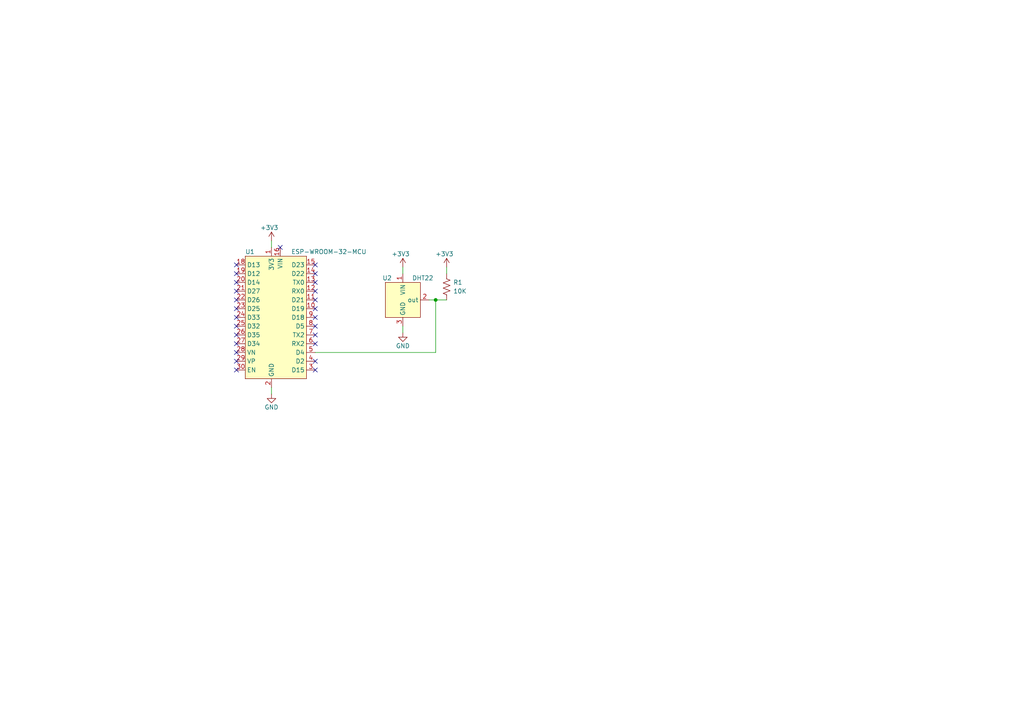
<source format=kicad_sch>
(kicad_sch (version 20211123) (generator eeschema)
  (paper "A4")
  (lib_symbols
    (symbol "Custom:DHT22"
      (property "Reference" "U" (at -5.08 2.54 0))
      (property "Value" "DHT22" (at 5.08 2.54 0))
      (symbol "DHT22_0_1"
        (rectangle (start -5.08 1.27) (end 5.08 -8.89) (fill (type background)))
      )
      (symbol "DHT22_1_1"
        (pin power_in line (at 0 3.81 270) (length 2.54) (name "VIN") (number "1"))
        (pin bidirectional line (at 7.62 -3.81 180) (length 2.54) (name "out") (number "2"))
        (pin power_in line (at 0 -11.43 90) (length 2.54) (name "GND") (number "3"))
      )
    )
    (symbol "Custom:ESP-WROOM-32-MCU"
      (property "Reference" "U" (at -7.62 16.51 0))
      (property "Value" "ESP-WROOM-32-MCU" (at 1.27 -2.54 90))
      (symbol "ESP-WROOM-32-MCU_0_1"
        (rectangle (start -7.62 15.24) (end 10.16 -20.32) (fill (type background)))
      )
      (symbol "ESP-WROOM-32-MCU_1_1"
        (pin power_out line (at 0 17.78 270) (length 2.54) (name "3V3") (number "1"))
        (pin bidirectional line (at 12.7 0 180) (length 2.54) (name "D19") (number "10"))
        (pin bidirectional line (at 12.7 2.54 180) (length 2.54) (name "D21") (number "11"))
        (pin bidirectional line (at 12.7 5.08 180) (length 2.54) (name "RX0") (number "12"))
        (pin bidirectional line (at 12.7 7.62 180) (length 2.54) (name "TX0") (number "13"))
        (pin bidirectional line (at 12.7 10.16 180) (length 2.54) (name "D22") (number "14"))
        (pin bidirectional line (at 12.7 12.7 180) (length 2.54) (name "D23") (number "15"))
        (pin power_out line (at 2.54 17.78 270) (length 2.54) (name "VIN") (number "16"))
        (pin passive line (at 0 -22.86 90) (length 2.54) hide (name "GND") (number "17"))
        (pin bidirectional line (at -10.16 12.7 0) (length 2.54) (name "D13") (number "18"))
        (pin bidirectional line (at -10.16 10.16 0) (length 2.54) (name "D12") (number "19"))
        (pin power_out line (at 0 -22.86 90) (length 2.54) (name "GND") (number "2"))
        (pin bidirectional line (at -10.16 7.62 0) (length 2.54) (name "D14") (number "20"))
        (pin bidirectional line (at -10.16 5.08 0) (length 2.54) (name "D27") (number "21"))
        (pin bidirectional line (at -10.16 2.54 0) (length 2.54) (name "D26") (number "22"))
        (pin bidirectional line (at -10.16 0 0) (length 2.54) (name "D25") (number "23"))
        (pin bidirectional line (at -10.16 -2.54 0) (length 2.54) (name "D33") (number "24"))
        (pin bidirectional line (at -10.16 -5.08 0) (length 2.54) (name "D32") (number "25"))
        (pin bidirectional line (at -10.16 -7.62 0) (length 2.54) (name "D35") (number "26"))
        (pin bidirectional line (at -10.16 -10.16 0) (length 2.54) (name "D34") (number "27"))
        (pin bidirectional line (at -10.16 -12.7 0) (length 2.54) (name "VN") (number "28"))
        (pin bidirectional line (at -10.16 -15.24 0) (length 2.54) (name "VP") (number "29"))
        (pin bidirectional line (at 12.7 -17.78 180) (length 2.54) (name "D15") (number "3"))
        (pin input line (at -10.16 -17.78 0) (length 2.54) (name "EN") (number "30"))
        (pin bidirectional line (at 12.7 -15.24 180) (length 2.54) (name "D2") (number "4"))
        (pin bidirectional line (at 12.7 -12.7 180) (length 2.54) (name "D4") (number "5"))
        (pin bidirectional line (at 12.7 -10.16 180) (length 2.54) (name "RX2") (number "6"))
        (pin bidirectional line (at 12.7 -7.62 180) (length 2.54) (name "TX2") (number "7"))
        (pin bidirectional line (at 12.7 -5.08 180) (length 2.54) (name "D5") (number "8"))
        (pin bidirectional line (at 12.7 -2.54 180) (length 2.54) (name "D18") (number "9"))
      )
    )
    (symbol "Device:R_US" (pin_numbers hide) (pin_names (offset 0))
      (property "Reference" "R" (at 2.54 0 90))
      (property "Value" "R_US" (at -2.54 0 90))
      (symbol "R_US_0_1"
        (polyline (pts (xy 0 -2.286) (xy 0 -2.54)))
        (polyline (pts (xy 0 2.286) (xy 0 2.54)))
        (polyline (pts (xy 0 -0.762) (xy 1.016 -1.143) (xy 0 -1.524) (xy -1.016 -1.905) (xy 0 -2.286)))
        (polyline (pts (xy 0 0.762) (xy 1.016 0.381) (xy 0 0) (xy -1.016 -0.381) (xy 0 -0.762)))
        (polyline (pts (xy 0 2.286) (xy 1.016 1.905) (xy 0 1.524) (xy -1.016 1.143) (xy 0 0.762)))
      )
      (symbol "R_US_1_1"
        (pin passive line (at 0 3.81 270) (length 1.27) (name "~") (number "1"))
        (pin passive line (at 0 -3.81 90) (length 1.27) (name "~") (number "2"))
      )
    )
    (symbol "power:+3V3" (power) (pin_names (offset 0))
      (property "Value" "+3V3" (at 0 3.556 0))
      (symbol "+3V3_0_1"
        (polyline (pts (xy -0.762 1.27) (xy 0 2.54)))
        (polyline (pts (xy 0 0) (xy 0 2.54)))
        (polyline (pts (xy 0 2.54) (xy 0.762 1.27)))
      )
      (symbol "+3V3_1_1"
        (pin power_in line (at 0 0 90) (length 0) hide (name "+3V3") (number "1"))
      )
    )
    (symbol "power:GND" (power) (pin_names (offset 0))
      (property "Value" "GND" (at 0 -3.81 0))
      (symbol "GND_0_1"
        (polyline (pts (xy 0 0) (xy 0 -1.27) (xy 1.27 -1.27) (xy 0 -2.54) (xy -1.27 -1.27) (xy 0 -1.27)))
      )
      (symbol "GND_1_1"
        (pin power_in line (at 0 0 270) (length 0) hide (name "GND") (number "1"))
      )
    )
  )
  (junction (at 126.365 86.995))
  (no_connect (at 81.28 71.755))
  (no_connect (at 68.58 79.375))
  (no_connect (at 91.44 81.915))
  (no_connect (at 68.58 81.915))
  (no_connect (at 91.44 76.835))
  (no_connect (at 68.58 99.695))
  (no_connect (at 68.58 94.615))
  (no_connect (at 68.58 97.155))
  (no_connect (at 68.58 89.535))
  (no_connect (at 91.44 99.695))
  (no_connect (at 91.44 97.155))
  (no_connect (at 68.58 92.075))
  (no_connect (at 68.58 84.455))
  (no_connect (at 68.58 76.835))
  (no_connect (at 91.44 86.995))
  (no_connect (at 91.44 107.315))
  (no_connect (at 68.58 86.995))
  (no_connect (at 91.44 104.775))
  (no_connect (at 91.44 92.075))
  (no_connect (at 91.44 84.455))
  (no_connect (at 91.44 94.615))
  (no_connect (at 68.58 102.235))
  (no_connect (at 91.44 89.535))
  (no_connect (at 91.44 79.375))
  (no_connect (at 68.58 107.315))
  (no_connect (at 68.58 104.775))
  (wire (pts (xy 78.74 69.85) (xy 78.74 71.755)))
  (wire (pts (xy 126.365 86.995) (xy 124.46 86.995)))
  (wire (pts (xy 129.54 77.47) (xy 129.54 79.375)))
  (wire (pts (xy 116.84 77.47) (xy 116.84 79.375)))
  (wire (pts (xy 78.74 112.395) (xy 78.74 114.3)))
  (wire (pts (xy 91.44 102.235) (xy 126.365 102.235)))
  (wire (pts (xy 126.365 86.995) (xy 129.54 86.995)))
  (wire (pts (xy 116.84 94.615) (xy 116.84 96.52)))
  (wire (pts (xy 126.365 86.995) (xy 126.365 102.235)))
  (symbol (lib_id "power:GND") (at 78.74 114.3 0) (unit 1)
    (property "Reference" "#PWR02" (effects hide))
    (property "Value" "GND" (at 78.74 118.11 0))
  )
  (symbol (lib_id "Custom:ESP-WROOM-32-MCU") (at 78.74 89.535 0) (unit 1)
    (property "Reference" "U1" (at 71.12 73.025 0) (effects (justify left)))
    (property "Value" "ESP-WROOM-32-MCU" (at 84.455 73.025 0) (effects (justify left)))
    (property "Footprint" "temp-sensor:ESP-WROOM-32-MCU" (effects hide))
  )
  (symbol (lib_id "power:+3V3") (at 116.84 77.47 0) (unit 1)
    (property "Reference" "#PWR03" (effects hide))
    (property "Value" "+3V3" (at 116.205 73.66 0))
  )
  (symbol (lib_id "power:+3V3") (at 129.54 77.47 0) (unit 1)
    (property "Reference" "#PWR0101" (effects hide))
    (property "Value" "+3V3" (at 128.905 73.66 0))
  )
  (symbol (lib_id "power:GND") (at 116.84 96.52 0) (unit 1)
    (property "Reference" "#PWR04" (effects hide))
    (property "Value" "GND" (at 116.84 100.33 0))
  )
  (symbol (lib_id "Custom:DHT22") (at 116.84 83.185 0) (unit 1)
    (property "Reference" "U2" (at 113.665 80.645 0) (effects (justify right)))
    (property "Value" "DHT22" (at 125.73 80.645 0) (effects (justify right)))
    (property "Footprint" "TerminalBlock_TE-Connectivity:TerminalBlock_TE_282834-3_1x03_P2.54mm_Horizontal" (effects hide))
  )
  (symbol (lib_id "power:+3V3") (at 78.74 69.85 0) (unit 1)
    (property "Reference" "#PWR01" (effects hide))
    (property "Value" "+3V3" (at 78.105 66.04 0))
  )
  (symbol (lib_id "Device:R_US") (at 129.54 83.185 0) (unit 1)
    (property "Reference" "R1" (at 131.445 81.9149 0) (effects (justify left)))
    (property "Value" "10K" (at 131.445 84.4549 0) (effects (justify left)))
    (property "Footprint" "Resistor_THT:R_Axial_DIN0614_L14.3mm_D5.7mm_P15.24mm_Horizontal" (effects hide))
  )
)
</source>
